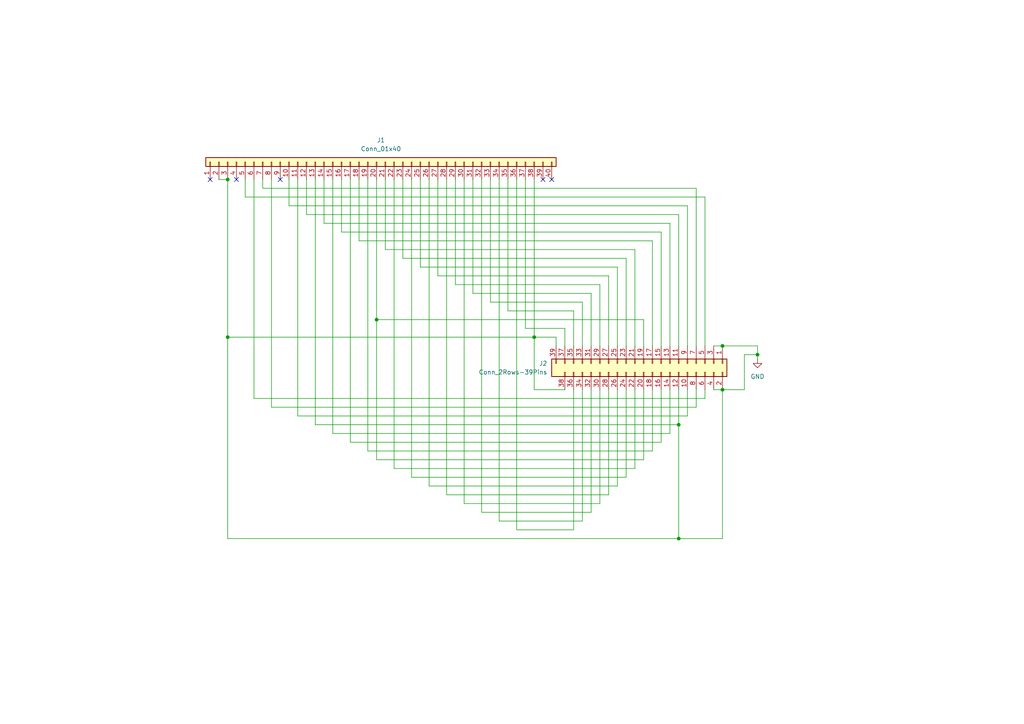
<source format=kicad_sch>
(kicad_sch (version 20230121) (generator eeschema)

  (uuid 9bf4238b-0520-47f7-9d29-91fdfae84480)

  (paper "A4")

  (lib_symbols
    (symbol "Connector_Generic:Conn_01x40" (pin_names (offset 1.016) hide) (in_bom yes) (on_board yes)
      (property "Reference" "J" (at 0 50.8 0)
        (effects (font (size 1.27 1.27)))
      )
      (property "Value" "Conn_01x40" (at 0 -53.34 0)
        (effects (font (size 1.27 1.27)))
      )
      (property "Footprint" "" (at 0 0 0)
        (effects (font (size 1.27 1.27)) hide)
      )
      (property "Datasheet" "~" (at 0 0 0)
        (effects (font (size 1.27 1.27)) hide)
      )
      (property "ki_keywords" "connector" (at 0 0 0)
        (effects (font (size 1.27 1.27)) hide)
      )
      (property "ki_description" "Generic connector, single row, 01x40, script generated (kicad-library-utils/schlib/autogen/connector/)" (at 0 0 0)
        (effects (font (size 1.27 1.27)) hide)
      )
      (property "ki_fp_filters" "Connector*:*_1x??_*" (at 0 0 0)
        (effects (font (size 1.27 1.27)) hide)
      )
      (symbol "Conn_01x40_1_1"
        (rectangle (start -1.27 -50.673) (end 0 -50.927)
          (stroke (width 0.1524) (type default))
          (fill (type none))
        )
        (rectangle (start -1.27 -48.133) (end 0 -48.387)
          (stroke (width 0.1524) (type default))
          (fill (type none))
        )
        (rectangle (start -1.27 -45.593) (end 0 -45.847)
          (stroke (width 0.1524) (type default))
          (fill (type none))
        )
        (rectangle (start -1.27 -43.053) (end 0 -43.307)
          (stroke (width 0.1524) (type default))
          (fill (type none))
        )
        (rectangle (start -1.27 -40.513) (end 0 -40.767)
          (stroke (width 0.1524) (type default))
          (fill (type none))
        )
        (rectangle (start -1.27 -37.973) (end 0 -38.227)
          (stroke (width 0.1524) (type default))
          (fill (type none))
        )
        (rectangle (start -1.27 -35.433) (end 0 -35.687)
          (stroke (width 0.1524) (type default))
          (fill (type none))
        )
        (rectangle (start -1.27 -32.893) (end 0 -33.147)
          (stroke (width 0.1524) (type default))
          (fill (type none))
        )
        (rectangle (start -1.27 -30.353) (end 0 -30.607)
          (stroke (width 0.1524) (type default))
          (fill (type none))
        )
        (rectangle (start -1.27 -27.813) (end 0 -28.067)
          (stroke (width 0.1524) (type default))
          (fill (type none))
        )
        (rectangle (start -1.27 -25.273) (end 0 -25.527)
          (stroke (width 0.1524) (type default))
          (fill (type none))
        )
        (rectangle (start -1.27 -22.733) (end 0 -22.987)
          (stroke (width 0.1524) (type default))
          (fill (type none))
        )
        (rectangle (start -1.27 -20.193) (end 0 -20.447)
          (stroke (width 0.1524) (type default))
          (fill (type none))
        )
        (rectangle (start -1.27 -17.653) (end 0 -17.907)
          (stroke (width 0.1524) (type default))
          (fill (type none))
        )
        (rectangle (start -1.27 -15.113) (end 0 -15.367)
          (stroke (width 0.1524) (type default))
          (fill (type none))
        )
        (rectangle (start -1.27 -12.573) (end 0 -12.827)
          (stroke (width 0.1524) (type default))
          (fill (type none))
        )
        (rectangle (start -1.27 -10.033) (end 0 -10.287)
          (stroke (width 0.1524) (type default))
          (fill (type none))
        )
        (rectangle (start -1.27 -7.493) (end 0 -7.747)
          (stroke (width 0.1524) (type default))
          (fill (type none))
        )
        (rectangle (start -1.27 -4.953) (end 0 -5.207)
          (stroke (width 0.1524) (type default))
          (fill (type none))
        )
        (rectangle (start -1.27 -2.413) (end 0 -2.667)
          (stroke (width 0.1524) (type default))
          (fill (type none))
        )
        (rectangle (start -1.27 0.127) (end 0 -0.127)
          (stroke (width 0.1524) (type default))
          (fill (type none))
        )
        (rectangle (start -1.27 2.667) (end 0 2.413)
          (stroke (width 0.1524) (type default))
          (fill (type none))
        )
        (rectangle (start -1.27 5.207) (end 0 4.953)
          (stroke (width 0.1524) (type default))
          (fill (type none))
        )
        (rectangle (start -1.27 7.747) (end 0 7.493)
          (stroke (width 0.1524) (type default))
          (fill (type none))
        )
        (rectangle (start -1.27 10.287) (end 0 10.033)
          (stroke (width 0.1524) (type default))
          (fill (type none))
        )
        (rectangle (start -1.27 12.827) (end 0 12.573)
          (stroke (width 0.1524) (type default))
          (fill (type none))
        )
        (rectangle (start -1.27 15.367) (end 0 15.113)
          (stroke (width 0.1524) (type default))
          (fill (type none))
        )
        (rectangle (start -1.27 17.907) (end 0 17.653)
          (stroke (width 0.1524) (type default))
          (fill (type none))
        )
        (rectangle (start -1.27 20.447) (end 0 20.193)
          (stroke (width 0.1524) (type default))
          (fill (type none))
        )
        (rectangle (start -1.27 22.987) (end 0 22.733)
          (stroke (width 0.1524) (type default))
          (fill (type none))
        )
        (rectangle (start -1.27 25.527) (end 0 25.273)
          (stroke (width 0.1524) (type default))
          (fill (type none))
        )
        (rectangle (start -1.27 28.067) (end 0 27.813)
          (stroke (width 0.1524) (type default))
          (fill (type none))
        )
        (rectangle (start -1.27 30.607) (end 0 30.353)
          (stroke (width 0.1524) (type default))
          (fill (type none))
        )
        (rectangle (start -1.27 33.147) (end 0 32.893)
          (stroke (width 0.1524) (type default))
          (fill (type none))
        )
        (rectangle (start -1.27 35.687) (end 0 35.433)
          (stroke (width 0.1524) (type default))
          (fill (type none))
        )
        (rectangle (start -1.27 38.227) (end 0 37.973)
          (stroke (width 0.1524) (type default))
          (fill (type none))
        )
        (rectangle (start -1.27 40.767) (end 0 40.513)
          (stroke (width 0.1524) (type default))
          (fill (type none))
        )
        (rectangle (start -1.27 43.307) (end 0 43.053)
          (stroke (width 0.1524) (type default))
          (fill (type none))
        )
        (rectangle (start -1.27 45.847) (end 0 45.593)
          (stroke (width 0.1524) (type default))
          (fill (type none))
        )
        (rectangle (start -1.27 48.387) (end 0 48.133)
          (stroke (width 0.1524) (type default))
          (fill (type none))
        )
        (rectangle (start -1.27 49.53) (end 1.27 -52.07)
          (stroke (width 0.254) (type default))
          (fill (type background))
        )
        (pin passive line (at -5.08 48.26 0) (length 3.81)
          (name "Pin_1" (effects (font (size 1.27 1.27))))
          (number "1" (effects (font (size 1.27 1.27))))
        )
        (pin passive line (at -5.08 25.4 0) (length 3.81)
          (name "Pin_10" (effects (font (size 1.27 1.27))))
          (number "10" (effects (font (size 1.27 1.27))))
        )
        (pin passive line (at -5.08 22.86 0) (length 3.81)
          (name "Pin_11" (effects (font (size 1.27 1.27))))
          (number "11" (effects (font (size 1.27 1.27))))
        )
        (pin passive line (at -5.08 20.32 0) (length 3.81)
          (name "Pin_12" (effects (font (size 1.27 1.27))))
          (number "12" (effects (font (size 1.27 1.27))))
        )
        (pin passive line (at -5.08 17.78 0) (length 3.81)
          (name "Pin_13" (effects (font (size 1.27 1.27))))
          (number "13" (effects (font (size 1.27 1.27))))
        )
        (pin passive line (at -5.08 15.24 0) (length 3.81)
          (name "Pin_14" (effects (font (size 1.27 1.27))))
          (number "14" (effects (font (size 1.27 1.27))))
        )
        (pin passive line (at -5.08 12.7 0) (length 3.81)
          (name "Pin_15" (effects (font (size 1.27 1.27))))
          (number "15" (effects (font (size 1.27 1.27))))
        )
        (pin passive line (at -5.08 10.16 0) (length 3.81)
          (name "Pin_16" (effects (font (size 1.27 1.27))))
          (number "16" (effects (font (size 1.27 1.27))))
        )
        (pin passive line (at -5.08 7.62 0) (length 3.81)
          (name "Pin_17" (effects (font (size 1.27 1.27))))
          (number "17" (effects (font (size 1.27 1.27))))
        )
        (pin passive line (at -5.08 5.08 0) (length 3.81)
          (name "Pin_18" (effects (font (size 1.27 1.27))))
          (number "18" (effects (font (size 1.27 1.27))))
        )
        (pin passive line (at -5.08 2.54 0) (length 3.81)
          (name "Pin_19" (effects (font (size 1.27 1.27))))
          (number "19" (effects (font (size 1.27 1.27))))
        )
        (pin passive line (at -5.08 45.72 0) (length 3.81)
          (name "Pin_2" (effects (font (size 1.27 1.27))))
          (number "2" (effects (font (size 1.27 1.27))))
        )
        (pin passive line (at -5.08 0 0) (length 3.81)
          (name "Pin_20" (effects (font (size 1.27 1.27))))
          (number "20" (effects (font (size 1.27 1.27))))
        )
        (pin passive line (at -5.08 -2.54 0) (length 3.81)
          (name "Pin_21" (effects (font (size 1.27 1.27))))
          (number "21" (effects (font (size 1.27 1.27))))
        )
        (pin passive line (at -5.08 -5.08 0) (length 3.81)
          (name "Pin_22" (effects (font (size 1.27 1.27))))
          (number "22" (effects (font (size 1.27 1.27))))
        )
        (pin passive line (at -5.08 -7.62 0) (length 3.81)
          (name "Pin_23" (effects (font (size 1.27 1.27))))
          (number "23" (effects (font (size 1.27 1.27))))
        )
        (pin passive line (at -5.08 -10.16 0) (length 3.81)
          (name "Pin_24" (effects (font (size 1.27 1.27))))
          (number "24" (effects (font (size 1.27 1.27))))
        )
        (pin passive line (at -5.08 -12.7 0) (length 3.81)
          (name "Pin_25" (effects (font (size 1.27 1.27))))
          (number "25" (effects (font (size 1.27 1.27))))
        )
        (pin passive line (at -5.08 -15.24 0) (length 3.81)
          (name "Pin_26" (effects (font (size 1.27 1.27))))
          (number "26" (effects (font (size 1.27 1.27))))
        )
        (pin passive line (at -5.08 -17.78 0) (length 3.81)
          (name "Pin_27" (effects (font (size 1.27 1.27))))
          (number "27" (effects (font (size 1.27 1.27))))
        )
        (pin passive line (at -5.08 -20.32 0) (length 3.81)
          (name "Pin_28" (effects (font (size 1.27 1.27))))
          (number "28" (effects (font (size 1.27 1.27))))
        )
        (pin passive line (at -5.08 -22.86 0) (length 3.81)
          (name "Pin_29" (effects (font (size 1.27 1.27))))
          (number "29" (effects (font (size 1.27 1.27))))
        )
        (pin passive line (at -5.08 43.18 0) (length 3.81)
          (name "Pin_3" (effects (font (size 1.27 1.27))))
          (number "3" (effects (font (size 1.27 1.27))))
        )
        (pin passive line (at -5.08 -25.4 0) (length 3.81)
          (name "Pin_30" (effects (font (size 1.27 1.27))))
          (number "30" (effects (font (size 1.27 1.27))))
        )
        (pin passive line (at -5.08 -27.94 0) (length 3.81)
          (name "Pin_31" (effects (font (size 1.27 1.27))))
          (number "31" (effects (font (size 1.27 1.27))))
        )
        (pin passive line (at -5.08 -30.48 0) (length 3.81)
          (name "Pin_32" (effects (font (size 1.27 1.27))))
          (number "32" (effects (font (size 1.27 1.27))))
        )
        (pin passive line (at -5.08 -33.02 0) (length 3.81)
          (name "Pin_33" (effects (font (size 1.27 1.27))))
          (number "33" (effects (font (size 1.27 1.27))))
        )
        (pin passive line (at -5.08 -35.56 0) (length 3.81)
          (name "Pin_34" (effects (font (size 1.27 1.27))))
          (number "34" (effects (font (size 1.27 1.27))))
        )
        (pin passive line (at -5.08 -38.1 0) (length 3.81)
          (name "Pin_35" (effects (font (size 1.27 1.27))))
          (number "35" (effects (font (size 1.27 1.27))))
        )
        (pin passive line (at -5.08 -40.64 0) (length 3.81)
          (name "Pin_36" (effects (font (size 1.27 1.27))))
          (number "36" (effects (font (size 1.27 1.27))))
        )
        (pin passive line (at -5.08 -43.18 0) (length 3.81)
          (name "Pin_37" (effects (font (size 1.27 1.27))))
          (number "37" (effects (font (size 1.27 1.27))))
        )
        (pin passive line (at -5.08 -45.72 0) (length 3.81)
          (name "Pin_38" (effects (font (size 1.27 1.27))))
          (number "38" (effects (font (size 1.27 1.27))))
        )
        (pin passive line (at -5.08 -48.26 0) (length 3.81)
          (name "Pin_39" (effects (font (size 1.27 1.27))))
          (number "39" (effects (font (size 1.27 1.27))))
        )
        (pin passive line (at -5.08 40.64 0) (length 3.81)
          (name "Pin_4" (effects (font (size 1.27 1.27))))
          (number "4" (effects (font (size 1.27 1.27))))
        )
        (pin passive line (at -5.08 -50.8 0) (length 3.81)
          (name "Pin_40" (effects (font (size 1.27 1.27))))
          (number "40" (effects (font (size 1.27 1.27))))
        )
        (pin passive line (at -5.08 38.1 0) (length 3.81)
          (name "Pin_5" (effects (font (size 1.27 1.27))))
          (number "5" (effects (font (size 1.27 1.27))))
        )
        (pin passive line (at -5.08 35.56 0) (length 3.81)
          (name "Pin_6" (effects (font (size 1.27 1.27))))
          (number "6" (effects (font (size 1.27 1.27))))
        )
        (pin passive line (at -5.08 33.02 0) (length 3.81)
          (name "Pin_7" (effects (font (size 1.27 1.27))))
          (number "7" (effects (font (size 1.27 1.27))))
        )
        (pin passive line (at -5.08 30.48 0) (length 3.81)
          (name "Pin_8" (effects (font (size 1.27 1.27))))
          (number "8" (effects (font (size 1.27 1.27))))
        )
        (pin passive line (at -5.08 27.94 0) (length 3.81)
          (name "Pin_9" (effects (font (size 1.27 1.27))))
          (number "9" (effects (font (size 1.27 1.27))))
        )
      )
    )
    (symbol "Connector_Generic:Conn_2Rows-39Pins" (pin_names (offset 1.016) hide) (in_bom yes) (on_board yes)
      (property "Reference" "J" (at 1.27 25.4 0)
        (effects (font (size 1.27 1.27)))
      )
      (property "Value" "Conn_2Rows-39Pins" (at 1.27 -27.94 0)
        (effects (font (size 1.27 1.27)))
      )
      (property "Footprint" "" (at 0 0 0)
        (effects (font (size 1.27 1.27)) hide)
      )
      (property "Datasheet" "~" (at 0 0 0)
        (effects (font (size 1.27 1.27)) hide)
      )
      (property "ki_keywords" "connector" (at 0 0 0)
        (effects (font (size 1.27 1.27)) hide)
      )
      (property "ki_description" "Generic connector, double row, 39 pins, odd/even pin numbering scheme (row 1 odd numbers, row 2 even numbers), script generated (kicad-library-utils/schlib/autogen/connector/)" (at 0 0 0)
        (effects (font (size 1.27 1.27)) hide)
      )
      (property "ki_fp_filters" "Connector*:*2Rows*Pins__* *FCC*2Rows*Pins__*" (at 0 0 0)
        (effects (font (size 1.27 1.27)) hide)
      )
      (symbol "Conn_2Rows-39Pins_1_1"
        (rectangle (start -1.27 -25.273) (end 0 -25.527)
          (stroke (width 0.1524) (type default))
          (fill (type none))
        )
        (rectangle (start -1.27 -22.733) (end 0 -22.987)
          (stroke (width 0.1524) (type default))
          (fill (type none))
        )
        (rectangle (start -1.27 -20.193) (end 0 -20.447)
          (stroke (width 0.1524) (type default))
          (fill (type none))
        )
        (rectangle (start -1.27 -17.653) (end 0 -17.907)
          (stroke (width 0.1524) (type default))
          (fill (type none))
        )
        (rectangle (start -1.27 -15.113) (end 0 -15.367)
          (stroke (width 0.1524) (type default))
          (fill (type none))
        )
        (rectangle (start -1.27 -12.573) (end 0 -12.827)
          (stroke (width 0.1524) (type default))
          (fill (type none))
        )
        (rectangle (start -1.27 -10.033) (end 0 -10.287)
          (stroke (width 0.1524) (type default))
          (fill (type none))
        )
        (rectangle (start -1.27 -7.493) (end 0 -7.747)
          (stroke (width 0.1524) (type default))
          (fill (type none))
        )
        (rectangle (start -1.27 -4.953) (end 0 -5.207)
          (stroke (width 0.1524) (type default))
          (fill (type none))
        )
        (rectangle (start -1.27 -2.413) (end 0 -2.667)
          (stroke (width 0.1524) (type default))
          (fill (type none))
        )
        (rectangle (start -1.27 0.127) (end 0 -0.127)
          (stroke (width 0.1524) (type default))
          (fill (type none))
        )
        (rectangle (start -1.27 2.667) (end 0 2.413)
          (stroke (width 0.1524) (type default))
          (fill (type none))
        )
        (rectangle (start -1.27 5.207) (end 0 4.953)
          (stroke (width 0.1524) (type default))
          (fill (type none))
        )
        (rectangle (start -1.27 7.747) (end 0 7.493)
          (stroke (width 0.1524) (type default))
          (fill (type none))
        )
        (rectangle (start -1.27 10.287) (end 0 10.033)
          (stroke (width 0.1524) (type default))
          (fill (type none))
        )
        (rectangle (start -1.27 12.827) (end 0 12.573)
          (stroke (width 0.1524) (type default))
          (fill (type none))
        )
        (rectangle (start -1.27 15.367) (end 0 15.113)
          (stroke (width 0.1524) (type default))
          (fill (type none))
        )
        (rectangle (start -1.27 17.907) (end 0 17.653)
          (stroke (width 0.1524) (type default))
          (fill (type none))
        )
        (rectangle (start -1.27 20.447) (end 0 20.193)
          (stroke (width 0.1524) (type default))
          (fill (type none))
        )
        (rectangle (start -1.27 22.987) (end 0 22.733)
          (stroke (width 0.1524) (type default))
          (fill (type none))
        )
        (rectangle (start -1.27 24.13) (end 3.81 -26.67)
          (stroke (width 0.254) (type default))
          (fill (type background))
        )
        (rectangle (start 3.81 -22.733) (end 2.54 -22.987)
          (stroke (width 0.1524) (type default))
          (fill (type none))
        )
        (rectangle (start 3.81 -20.193) (end 2.54 -20.447)
          (stroke (width 0.1524) (type default))
          (fill (type none))
        )
        (rectangle (start 3.81 -17.653) (end 2.54 -17.907)
          (stroke (width 0.1524) (type default))
          (fill (type none))
        )
        (rectangle (start 3.81 -15.113) (end 2.54 -15.367)
          (stroke (width 0.1524) (type default))
          (fill (type none))
        )
        (rectangle (start 3.81 -12.573) (end 2.54 -12.827)
          (stroke (width 0.1524) (type default))
          (fill (type none))
        )
        (rectangle (start 3.81 -10.033) (end 2.54 -10.287)
          (stroke (width 0.1524) (type default))
          (fill (type none))
        )
        (rectangle (start 3.81 -7.493) (end 2.54 -7.747)
          (stroke (width 0.1524) (type default))
          (fill (type none))
        )
        (rectangle (start 3.81 -4.953) (end 2.54 -5.207)
          (stroke (width 0.1524) (type default))
          (fill (type none))
        )
        (rectangle (start 3.81 -2.413) (end 2.54 -2.667)
          (stroke (width 0.1524) (type default))
          (fill (type none))
        )
        (rectangle (start 3.81 0.127) (end 2.54 -0.127)
          (stroke (width 0.1524) (type default))
          (fill (type none))
        )
        (rectangle (start 3.81 2.667) (end 2.54 2.413)
          (stroke (width 0.1524) (type default))
          (fill (type none))
        )
        (rectangle (start 3.81 5.207) (end 2.54 4.953)
          (stroke (width 0.1524) (type default))
          (fill (type none))
        )
        (rectangle (start 3.81 7.747) (end 2.54 7.493)
          (stroke (width 0.1524) (type default))
          (fill (type none))
        )
        (rectangle (start 3.81 10.287) (end 2.54 10.033)
          (stroke (width 0.1524) (type default))
          (fill (type none))
        )
        (rectangle (start 3.81 12.827) (end 2.54 12.573)
          (stroke (width 0.1524) (type default))
          (fill (type none))
        )
        (rectangle (start 3.81 15.367) (end 2.54 15.113)
          (stroke (width 0.1524) (type default))
          (fill (type none))
        )
        (rectangle (start 3.81 17.907) (end 2.54 17.653)
          (stroke (width 0.1524) (type default))
          (fill (type none))
        )
        (rectangle (start 3.81 20.447) (end 2.54 20.193)
          (stroke (width 0.1524) (type default))
          (fill (type none))
        )
        (rectangle (start 3.81 22.987) (end 2.54 22.733)
          (stroke (width 0.1524) (type default))
          (fill (type none))
        )
        (pin passive line (at -5.08 22.86 0) (length 3.81)
          (name "Pin_1" (effects (font (size 1.27 1.27))))
          (number "1" (effects (font (size 1.27 1.27))))
        )
        (pin passive line (at 7.62 12.7 180) (length 3.81)
          (name "Pin_10" (effects (font (size 1.27 1.27))))
          (number "10" (effects (font (size 1.27 1.27))))
        )
        (pin passive line (at -5.08 10.16 0) (length 3.81)
          (name "Pin_11" (effects (font (size 1.27 1.27))))
          (number "11" (effects (font (size 1.27 1.27))))
        )
        (pin passive line (at 7.62 10.16 180) (length 3.81)
          (name "Pin_12" (effects (font (size 1.27 1.27))))
          (number "12" (effects (font (size 1.27 1.27))))
        )
        (pin passive line (at -5.08 7.62 0) (length 3.81)
          (name "Pin_13" (effects (font (size 1.27 1.27))))
          (number "13" (effects (font (size 1.27 1.27))))
        )
        (pin passive line (at 7.62 7.62 180) (length 3.81)
          (name "Pin_14" (effects (font (size 1.27 1.27))))
          (number "14" (effects (font (size 1.27 1.27))))
        )
        (pin passive line (at -5.08 5.08 0) (length 3.81)
          (name "Pin_15" (effects (font (size 1.27 1.27))))
          (number "15" (effects (font (size 1.27 1.27))))
        )
        (pin passive line (at 7.62 5.08 180) (length 3.81)
          (name "Pin_16" (effects (font (size 1.27 1.27))))
          (number "16" (effects (font (size 1.27 1.27))))
        )
        (pin passive line (at -5.08 2.54 0) (length 3.81)
          (name "Pin_17" (effects (font (size 1.27 1.27))))
          (number "17" (effects (font (size 1.27 1.27))))
        )
        (pin passive line (at 7.62 2.54 180) (length 3.81)
          (name "Pin_18" (effects (font (size 1.27 1.27))))
          (number "18" (effects (font (size 1.27 1.27))))
        )
        (pin passive line (at -5.08 0 0) (length 3.81)
          (name "Pin_19" (effects (font (size 1.27 1.27))))
          (number "19" (effects (font (size 1.27 1.27))))
        )
        (pin passive line (at 7.62 22.86 180) (length 3.81)
          (name "Pin_2" (effects (font (size 1.27 1.27))))
          (number "2" (effects (font (size 1.27 1.27))))
        )
        (pin passive line (at 7.62 0 180) (length 3.81)
          (name "Pin_20" (effects (font (size 1.27 1.27))))
          (number "20" (effects (font (size 1.27 1.27))))
        )
        (pin passive line (at -5.08 -2.54 0) (length 3.81)
          (name "Pin_21" (effects (font (size 1.27 1.27))))
          (number "21" (effects (font (size 1.27 1.27))))
        )
        (pin passive line (at 7.62 -2.54 180) (length 3.81)
          (name "Pin_22" (effects (font (size 1.27 1.27))))
          (number "22" (effects (font (size 1.27 1.27))))
        )
        (pin passive line (at -5.08 -5.08 0) (length 3.81)
          (name "Pin_23" (effects (font (size 1.27 1.27))))
          (number "23" (effects (font (size 1.27 1.27))))
        )
        (pin passive line (at 7.62 -5.08 180) (length 3.81)
          (name "Pin_24" (effects (font (size 1.27 1.27))))
          (number "24" (effects (font (size 1.27 1.27))))
        )
        (pin passive line (at -5.08 -7.62 0) (length 3.81)
          (name "Pin_25" (effects (font (size 1.27 1.27))))
          (number "25" (effects (font (size 1.27 1.27))))
        )
        (pin passive line (at 7.62 -7.62 180) (length 3.81)
          (name "Pin_26" (effects (font (size 1.27 1.27))))
          (number "26" (effects (font (size 1.27 1.27))))
        )
        (pin passive line (at -5.08 -10.16 0) (length 3.81)
          (name "Pin_27" (effects (font (size 1.27 1.27))))
          (number "27" (effects (font (size 1.27 1.27))))
        )
        (pin passive line (at 7.62 -10.16 180) (length 3.81)
          (name "Pin_28" (effects (font (size 1.27 1.27))))
          (number "28" (effects (font (size 1.27 1.27))))
        )
        (pin passive line (at -5.08 -12.7 0) (length 3.81)
          (name "Pin_29" (effects (font (size 1.27 1.27))))
          (number "29" (effects (font (size 1.27 1.27))))
        )
        (pin passive line (at -5.08 20.32 0) (length 3.81)
          (name "Pin_3" (effects (font (size 1.27 1.27))))
          (number "3" (effects (font (size 1.27 1.27))))
        )
        (pin passive line (at 7.62 -12.7 180) (length 3.81)
          (name "Pin_30" (effects (font (size 1.27 1.27))))
          (number "30" (effects (font (size 1.27 1.27))))
        )
        (pin passive line (at -5.08 -15.24 0) (length 3.81)
          (name "Pin_31" (effects (font (size 1.27 1.27))))
          (number "31" (effects (font (size 1.27 1.27))))
        )
        (pin passive line (at 7.62 -15.24 180) (length 3.81)
          (name "Pin_32" (effects (font (size 1.27 1.27))))
          (number "32" (effects (font (size 1.27 1.27))))
        )
        (pin passive line (at -5.08 -17.78 0) (length 3.81)
          (name "Pin_33" (effects (font (size 1.27 1.27))))
          (number "33" (effects (font (size 1.27 1.27))))
        )
        (pin passive line (at 7.62 -17.78 180) (length 3.81)
          (name "Pin_34" (effects (font (size 1.27 1.27))))
          (number "34" (effects (font (size 1.27 1.27))))
        )
        (pin passive line (at -5.08 -20.32 0) (length 3.81)
          (name "Pin_35" (effects (font (size 1.27 1.27))))
          (number "35" (effects (font (size 1.27 1.27))))
        )
        (pin passive line (at 7.62 -20.32 180) (length 3.81)
          (name "Pin_36" (effects (font (size 1.27 1.27))))
          (number "36" (effects (font (size 1.27 1.27))))
        )
        (pin passive line (at -5.08 -22.86 0) (length 3.81)
          (name "Pin_37" (effects (font (size 1.27 1.27))))
          (number "37" (effects (font (size 1.27 1.27))))
        )
        (pin passive line (at 7.62 -22.86 180) (length 3.81)
          (name "Pin_38" (effects (font (size 1.27 1.27))))
          (number "38" (effects (font (size 1.27 1.27))))
        )
        (pin passive line (at -5.08 -25.4 0) (length 3.81)
          (name "Pin_39" (effects (font (size 1.27 1.27))))
          (number "39" (effects (font (size 1.27 1.27))))
        )
        (pin passive line (at 7.62 20.32 180) (length 3.81)
          (name "Pin_4" (effects (font (size 1.27 1.27))))
          (number "4" (effects (font (size 1.27 1.27))))
        )
        (pin passive line (at -5.08 17.78 0) (length 3.81)
          (name "Pin_5" (effects (font (size 1.27 1.27))))
          (number "5" (effects (font (size 1.27 1.27))))
        )
        (pin passive line (at 7.62 17.78 180) (length 3.81)
          (name "Pin_6" (effects (font (size 1.27 1.27))))
          (number "6" (effects (font (size 1.27 1.27))))
        )
        (pin passive line (at -5.08 15.24 0) (length 3.81)
          (name "Pin_7" (effects (font (size 1.27 1.27))))
          (number "7" (effects (font (size 1.27 1.27))))
        )
        (pin passive line (at 7.62 15.24 180) (length 3.81)
          (name "Pin_8" (effects (font (size 1.27 1.27))))
          (number "8" (effects (font (size 1.27 1.27))))
        )
        (pin passive line (at -5.08 12.7 0) (length 3.81)
          (name "Pin_9" (effects (font (size 1.27 1.27))))
          (number "9" (effects (font (size 1.27 1.27))))
        )
      )
    )
    (symbol "power:GND" (power) (pin_names (offset 0)) (in_bom yes) (on_board yes)
      (property "Reference" "#PWR" (at 0 -6.35 0)
        (effects (font (size 1.27 1.27)) hide)
      )
      (property "Value" "GND" (at 0 -3.81 0)
        (effects (font (size 1.27 1.27)))
      )
      (property "Footprint" "" (at 0 0 0)
        (effects (font (size 1.27 1.27)) hide)
      )
      (property "Datasheet" "" (at 0 0 0)
        (effects (font (size 1.27 1.27)) hide)
      )
      (property "ki_keywords" "global power" (at 0 0 0)
        (effects (font (size 1.27 1.27)) hide)
      )
      (property "ki_description" "Power symbol creates a global label with name \"GND\" , ground" (at 0 0 0)
        (effects (font (size 1.27 1.27)) hide)
      )
      (symbol "GND_0_1"
        (polyline
          (pts
            (xy 0 0)
            (xy 0 -1.27)
            (xy 1.27 -1.27)
            (xy 0 -2.54)
            (xy -1.27 -1.27)
            (xy 0 -1.27)
          )
          (stroke (width 0) (type default))
          (fill (type none))
        )
      )
      (symbol "GND_1_1"
        (pin power_in line (at 0 0 270) (length 0) hide
          (name "GND" (effects (font (size 1.27 1.27))))
          (number "1" (effects (font (size 1.27 1.27))))
        )
      )
    )
  )

  (junction (at 219.71 102.87) (diameter 0) (color 0 0 0 0)
    (uuid 06e09464-a165-4827-8249-6fc8058a4f1a)
  )
  (junction (at 66.04 97.79) (diameter 0) (color 0 0 0 0)
    (uuid 0f324346-e7c7-4a81-983d-05d5e96e7a5f)
  )
  (junction (at 66.04 52.07) (diameter 0) (color 0 0 0 0)
    (uuid 4950fea5-65a5-4e42-8320-51921826faba)
  )
  (junction (at 109.22 92.71) (diameter 0) (color 0 0 0 0)
    (uuid 7773d1f7-b3f6-447b-89fa-1fa966baeaed)
  )
  (junction (at 209.55 113.03) (diameter 0) (color 0 0 0 0)
    (uuid b1d7e183-c0e6-4646-9ee9-cd2e72d3847c)
  )
  (junction (at 196.85 123.19) (diameter 0) (color 0 0 0 0)
    (uuid b5408a0c-bf95-4327-9da4-afc536d38705)
  )
  (junction (at 209.55 100.33) (diameter 0) (color 0 0 0 0)
    (uuid cd646c99-3060-4c7c-9163-189f4a5834cd)
  )
  (junction (at 196.85 156.21) (diameter 0) (color 0 0 0 0)
    (uuid d36e3d8c-bf2e-4268-af88-3aaeb18f46e3)
  )
  (junction (at 154.94 97.79) (diameter 0) (color 0 0 0 0)
    (uuid de02c854-3226-4914-a005-5099e7887ba7)
  )

  (no_connect (at 160.02 52.07) (uuid 20ae3a24-6dd0-4cbb-bab8-dff62bda51a6))
  (no_connect (at 81.28 52.07) (uuid 2c220acf-7b45-455d-ac33-6e80db4adce5))
  (no_connect (at 157.48 52.07) (uuid 851ff0da-dcbc-4c9c-a62b-4b56e3078d30))
  (no_connect (at 68.58 52.07) (uuid b4fae6c5-dc65-47f9-9bef-16b2f2219864))
  (no_connect (at 60.96 52.07) (uuid fae039cf-d53d-41ee-bfc8-a68a9f006da5))

  (wire (pts (xy 93.98 64.77) (xy 194.31 64.77))
    (stroke (width 0) (type default))
    (uuid 00e8d68a-6f32-43bd-acbd-3e8a5e122891)
  )
  (wire (pts (xy 191.77 128.27) (xy 191.77 113.03))
    (stroke (width 0) (type default))
    (uuid 0718e9ed-b2f8-443e-8929-ca704517b209)
  )
  (wire (pts (xy 104.14 52.07) (xy 104.14 69.85))
    (stroke (width 0) (type default))
    (uuid 07bf39b9-bbae-43d4-bf9a-104fe962a3eb)
  )
  (wire (pts (xy 179.07 113.03) (xy 179.07 140.97))
    (stroke (width 0) (type default))
    (uuid 0a7a81b3-b57c-4af2-aba9-bfd365af3bdb)
  )
  (wire (pts (xy 106.68 52.07) (xy 106.68 130.81))
    (stroke (width 0) (type default))
    (uuid 0bd640f5-7e8a-4cb0-b6c3-e48a3ef69ddb)
  )
  (wire (pts (xy 71.12 57.15) (xy 204.47 57.15))
    (stroke (width 0) (type default))
    (uuid 102bb2dd-2fb9-41f9-94b2-88b57a088a69)
  )
  (wire (pts (xy 101.6 128.27) (xy 191.77 128.27))
    (stroke (width 0) (type default))
    (uuid 10bc7242-0339-49e5-be71-e21f108086d0)
  )
  (wire (pts (xy 163.83 95.25) (xy 163.83 100.33))
    (stroke (width 0) (type default))
    (uuid 10e539a2-973b-4552-b59b-ab1c9a979bf7)
  )
  (wire (pts (xy 78.74 118.11) (xy 201.93 118.11))
    (stroke (width 0) (type default))
    (uuid 10ec0af0-762e-451d-8daf-2b01dec68336)
  )
  (wire (pts (xy 152.4 95.25) (xy 163.83 95.25))
    (stroke (width 0) (type default))
    (uuid 1e18c4df-c0f2-4126-97f1-73b9948258d9)
  )
  (wire (pts (xy 137.16 52.07) (xy 137.16 85.09))
    (stroke (width 0) (type default))
    (uuid 20ccb842-3162-4552-8b62-91b86514ab41)
  )
  (wire (pts (xy 78.74 52.07) (xy 78.74 118.11))
    (stroke (width 0) (type default))
    (uuid 23bd14a8-ee5a-4c39-9fc7-332c2bcdd507)
  )
  (wire (pts (xy 179.07 77.47) (xy 179.07 100.33))
    (stroke (width 0) (type default))
    (uuid 2479fa39-c07d-46c5-9329-8ddd9f787211)
  )
  (wire (pts (xy 171.45 148.59) (xy 171.45 113.03))
    (stroke (width 0) (type default))
    (uuid 27b59ad1-b9ad-41e5-9758-25013ae8dfc0)
  )
  (wire (pts (xy 88.9 52.07) (xy 88.9 62.23))
    (stroke (width 0) (type default))
    (uuid 28e193cd-3c4e-46ec-9b3c-a374db548b1c)
  )
  (wire (pts (xy 109.22 92.71) (xy 109.22 52.07))
    (stroke (width 0) (type default))
    (uuid 28f3edaf-0359-4b1a-9442-14d5e6daa685)
  )
  (wire (pts (xy 134.62 146.05) (xy 173.99 146.05))
    (stroke (width 0) (type default))
    (uuid 29a2433d-5c5b-47ec-997f-f6b3bf01d7ff)
  )
  (wire (pts (xy 196.85 156.21) (xy 66.04 156.21))
    (stroke (width 0) (type default))
    (uuid 29e868dd-55c7-4e40-a70a-c5d5115701b2)
  )
  (wire (pts (xy 124.46 140.97) (xy 124.46 52.07))
    (stroke (width 0) (type default))
    (uuid 2e1fb7e3-274f-469d-bab4-4b68a5993281)
  )
  (wire (pts (xy 209.55 156.21) (xy 196.85 156.21))
    (stroke (width 0) (type default))
    (uuid 2f7c461b-2899-4ad2-8497-7f8365f387e0)
  )
  (wire (pts (xy 186.69 133.35) (xy 109.22 133.35))
    (stroke (width 0) (type default))
    (uuid 3209edd7-bfeb-4d04-8bf5-d8b756418e1c)
  )
  (wire (pts (xy 127 52.07) (xy 127 80.01))
    (stroke (width 0) (type default))
    (uuid 3296a2fb-af6f-4425-b4f0-d96f5c3951a6)
  )
  (wire (pts (xy 144.78 151.13) (xy 168.91 151.13))
    (stroke (width 0) (type default))
    (uuid 36daa535-79b3-4ff5-940b-da3e902eb6e4)
  )
  (wire (pts (xy 147.32 52.07) (xy 147.32 90.17))
    (stroke (width 0) (type default))
    (uuid 38a914a8-980a-4732-8136-0d92175eff13)
  )
  (wire (pts (xy 161.29 100.33) (xy 161.29 97.79))
    (stroke (width 0) (type default))
    (uuid 38f7fadb-c603-450b-b4bb-92edcd9eec63)
  )
  (wire (pts (xy 154.94 97.79) (xy 154.94 52.07))
    (stroke (width 0) (type default))
    (uuid 39039bee-4b76-437f-9810-55c8b5053794)
  )
  (wire (pts (xy 139.7 52.07) (xy 139.7 148.59))
    (stroke (width 0) (type default))
    (uuid 39d14fad-ed2e-441f-ad62-938ba2b72133)
  )
  (wire (pts (xy 76.2 52.07) (xy 76.2 54.61))
    (stroke (width 0) (type default))
    (uuid 3cde0cfc-915c-4bb2-b9c8-a6ac28d2b401)
  )
  (wire (pts (xy 134.62 52.07) (xy 134.62 146.05))
    (stroke (width 0) (type default))
    (uuid 3d445f4e-309c-4f4c-8e1b-1f545dab8697)
  )
  (wire (pts (xy 181.61 138.43) (xy 119.38 138.43))
    (stroke (width 0) (type default))
    (uuid 3db5b800-fee6-4708-b4bd-bc8193ccd361)
  )
  (wire (pts (xy 127 80.01) (xy 176.53 80.01))
    (stroke (width 0) (type default))
    (uuid 3e9ebd45-27d5-469c-8e19-6f4d4316eb83)
  )
  (wire (pts (xy 114.3 135.89) (xy 114.3 52.07))
    (stroke (width 0) (type default))
    (uuid 3fc6c19e-b690-4cd0-950d-4a8839c009f4)
  )
  (wire (pts (xy 144.78 52.07) (xy 144.78 151.13))
    (stroke (width 0) (type default))
    (uuid 40d72603-0d50-48de-8781-10cb7897d51b)
  )
  (wire (pts (xy 161.29 97.79) (xy 154.94 97.79))
    (stroke (width 0) (type default))
    (uuid 4133edd1-5763-47a6-a65f-11d6f0162b96)
  )
  (wire (pts (xy 132.08 52.07) (xy 132.08 82.55))
    (stroke (width 0) (type default))
    (uuid 413ecb54-8ae1-4776-9265-50313ec91ab1)
  )
  (wire (pts (xy 168.91 100.33) (xy 168.91 87.63))
    (stroke (width 0) (type default))
    (uuid 457dd608-72df-492f-8507-2a3c83949e32)
  )
  (wire (pts (xy 121.92 52.07) (xy 121.92 77.47))
    (stroke (width 0) (type default))
    (uuid 49954ccd-194d-4d95-8cd1-194e65259c3a)
  )
  (wire (pts (xy 196.85 123.19) (xy 196.85 113.03))
    (stroke (width 0) (type default))
    (uuid 4b05b75c-8610-4375-8e26-e854889591de)
  )
  (wire (pts (xy 215.9 113.03) (xy 215.9 102.87))
    (stroke (width 0) (type default))
    (uuid 4cff5502-3301-4ed5-a1af-99b666c16f4f)
  )
  (wire (pts (xy 166.37 153.67) (xy 149.86 153.67))
    (stroke (width 0) (type default))
    (uuid 4daccbde-91dd-4821-bf3d-1e6d2feaccf7)
  )
  (wire (pts (xy 116.84 74.93) (xy 181.61 74.93))
    (stroke (width 0) (type default))
    (uuid 4f2230bf-1311-42a9-8f44-6f118066b247)
  )
  (wire (pts (xy 73.66 52.07) (xy 73.66 115.57))
    (stroke (width 0) (type default))
    (uuid 5379ef6f-67b4-4650-b865-f37ef4c56551)
  )
  (wire (pts (xy 111.76 72.39) (xy 184.15 72.39))
    (stroke (width 0) (type default))
    (uuid 5501a569-2a4c-47b0-b28d-88c28ef712e7)
  )
  (wire (pts (xy 111.76 52.07) (xy 111.76 72.39))
    (stroke (width 0) (type default))
    (uuid 5864373b-5866-4ac9-8fb8-9c7e7cdc65ef)
  )
  (wire (pts (xy 219.71 100.33) (xy 219.71 102.87))
    (stroke (width 0) (type default))
    (uuid 59d85521-045e-429e-b497-180d1e5e5071)
  )
  (wire (pts (xy 91.44 52.07) (xy 91.44 123.19))
    (stroke (width 0) (type default))
    (uuid 5b7f1ec3-d797-4477-a82b-b681981419b2)
  )
  (wire (pts (xy 194.31 125.73) (xy 194.31 113.03))
    (stroke (width 0) (type default))
    (uuid 5c2d3ca6-4943-422a-b974-9faa5f2aa879)
  )
  (wire (pts (xy 209.55 113.03) (xy 215.9 113.03))
    (stroke (width 0) (type default))
    (uuid 5ccb8e47-c168-4fee-bcb5-7922e006de07)
  )
  (wire (pts (xy 119.38 138.43) (xy 119.38 52.07))
    (stroke (width 0) (type default))
    (uuid 5d37686e-a348-4453-9c92-ea456859dfe8)
  )
  (wire (pts (xy 147.32 90.17) (xy 166.37 90.17))
    (stroke (width 0) (type default))
    (uuid 5ef4a463-d118-4040-9e92-11623afdad92)
  )
  (wire (pts (xy 83.82 52.07) (xy 83.82 59.69))
    (stroke (width 0) (type default))
    (uuid 61aac061-15b0-4f1a-8a6f-dab5ff826c62)
  )
  (wire (pts (xy 132.08 82.55) (xy 173.99 82.55))
    (stroke (width 0) (type default))
    (uuid 63587327-1c5c-4ea1-88f5-d352a5cb3d69)
  )
  (wire (pts (xy 139.7 148.59) (xy 171.45 148.59))
    (stroke (width 0) (type default))
    (uuid 6640dbb6-dfae-4400-8835-982d406d136f)
  )
  (wire (pts (xy 186.69 113.03) (xy 186.69 133.35))
    (stroke (width 0) (type default))
    (uuid 6ae992b5-54f3-4ca9-b69c-33e4c1b2248a)
  )
  (wire (pts (xy 207.01 100.33) (xy 209.55 100.33))
    (stroke (width 0) (type default))
    (uuid 7617c212-7c15-4dc8-b726-1274571bea43)
  )
  (wire (pts (xy 184.15 135.89) (xy 114.3 135.89))
    (stroke (width 0) (type default))
    (uuid 7714ab2b-0139-4d9e-b91d-296c15d9686c)
  )
  (wire (pts (xy 106.68 130.81) (xy 189.23 130.81))
    (stroke (width 0) (type default))
    (uuid 7ad716c0-d80f-46c1-99ab-f987a8227f32)
  )
  (wire (pts (xy 215.9 102.87) (xy 219.71 102.87))
    (stroke (width 0) (type default))
    (uuid 7d45701b-3464-47a7-99ed-200af744b4ab)
  )
  (wire (pts (xy 99.06 52.07) (xy 99.06 67.31))
    (stroke (width 0) (type default))
    (uuid 7ed53dcb-31b0-402e-b335-38d58b9673ca)
  )
  (wire (pts (xy 207.01 113.03) (xy 209.55 113.03))
    (stroke (width 0) (type default))
    (uuid 805609de-1627-4fc0-b0c7-c542e29232b0)
  )
  (wire (pts (xy 116.84 52.07) (xy 116.84 74.93))
    (stroke (width 0) (type default))
    (uuid 80c545a3-b8df-43b9-8ad4-bb4893ee7d1d)
  )
  (wire (pts (xy 173.99 82.55) (xy 173.99 100.33))
    (stroke (width 0) (type default))
    (uuid 866bb83a-325e-4b86-85ca-78bfefdb9e37)
  )
  (wire (pts (xy 99.06 67.31) (xy 191.77 67.31))
    (stroke (width 0) (type default))
    (uuid 86f0748a-292a-463d-9d23-1eb4ea47e7b9)
  )
  (wire (pts (xy 219.71 102.87) (xy 219.71 104.14))
    (stroke (width 0) (type default))
    (uuid 884d6483-fe39-41d6-ab46-17ac568b89c3)
  )
  (wire (pts (xy 96.52 52.07) (xy 96.52 125.73))
    (stroke (width 0) (type default))
    (uuid 9196ef7c-2530-4399-bf33-38241645e921)
  )
  (wire (pts (xy 184.15 113.03) (xy 184.15 135.89))
    (stroke (width 0) (type default))
    (uuid 94534e14-bf63-41e9-b8ba-04a39a2f0ddb)
  )
  (wire (pts (xy 96.52 125.73) (xy 194.31 125.73))
    (stroke (width 0) (type default))
    (uuid 958db204-80a4-49bc-83b0-c445e5b70807)
  )
  (wire (pts (xy 194.31 64.77) (xy 194.31 100.33))
    (stroke (width 0) (type default))
    (uuid 95a13bb0-c5b0-4cb1-b98b-0b3ed369b783)
  )
  (wire (pts (xy 179.07 140.97) (xy 124.46 140.97))
    (stroke (width 0) (type default))
    (uuid 97705022-0fb8-4f69-b70d-8efc64732649)
  )
  (wire (pts (xy 191.77 67.31) (xy 191.77 100.33))
    (stroke (width 0) (type default))
    (uuid 98bee167-9bd5-450d-96a4-a10748aef874)
  )
  (wire (pts (xy 186.69 92.71) (xy 186.69 100.33))
    (stroke (width 0) (type default))
    (uuid 98faccc6-a824-4a98-8114-5d933d6dc0a5)
  )
  (wire (pts (xy 176.53 113.03) (xy 176.53 143.51))
    (stroke (width 0) (type default))
    (uuid 9a27ce49-1250-413f-8412-33374c23789d)
  )
  (wire (pts (xy 137.16 85.09) (xy 171.45 85.09))
    (stroke (width 0) (type default))
    (uuid 9a8251cc-ecc4-4140-a890-b43d986abc58)
  )
  (wire (pts (xy 181.61 74.93) (xy 181.61 100.33))
    (stroke (width 0) (type default))
    (uuid 9b87843c-86dc-4437-a009-5451be0944fd)
  )
  (wire (pts (xy 176.53 143.51) (xy 129.54 143.51))
    (stroke (width 0) (type default))
    (uuid 9cea8243-d382-4fb9-abb5-59806846fa4a)
  )
  (wire (pts (xy 66.04 97.79) (xy 154.94 97.79))
    (stroke (width 0) (type default))
    (uuid 9db1ce8e-3489-4a45-8cf7-8a5d33399cee)
  )
  (wire (pts (xy 166.37 90.17) (xy 166.37 100.33))
    (stroke (width 0) (type default))
    (uuid a0eb9cc2-c697-470a-9967-d592b3854a35)
  )
  (wire (pts (xy 168.91 87.63) (xy 142.24 87.63))
    (stroke (width 0) (type default))
    (uuid a4767769-1de7-420e-a882-f1130ccd437f)
  )
  (wire (pts (xy 66.04 97.79) (xy 66.04 52.07))
    (stroke (width 0) (type default))
    (uuid a6b149f8-76c3-43e2-bfd6-a3e6a0ff97d2)
  )
  (wire (pts (xy 189.23 69.85) (xy 189.23 100.33))
    (stroke (width 0) (type default))
    (uuid a8715ca1-e58b-43a8-ad26-d116fa1b430b)
  )
  (wire (pts (xy 104.14 69.85) (xy 189.23 69.85))
    (stroke (width 0) (type default))
    (uuid a9c9fbdb-f36a-45e1-9ed5-65c8bdb3ff29)
  )
  (wire (pts (xy 199.39 59.69) (xy 199.39 100.33))
    (stroke (width 0) (type default))
    (uuid ac016bb2-de36-4879-952f-684c19573c7f)
  )
  (wire (pts (xy 189.23 130.81) (xy 189.23 113.03))
    (stroke (width 0) (type default))
    (uuid ac242bb3-61ab-4043-b081-f04ce93cde03)
  )
  (wire (pts (xy 109.22 133.35) (xy 109.22 92.71))
    (stroke (width 0) (type default))
    (uuid ad4b9a3a-c37d-4923-a3f0-7e92bf13c352)
  )
  (wire (pts (xy 152.4 52.07) (xy 152.4 95.25))
    (stroke (width 0) (type default))
    (uuid b3660da2-07fa-45cb-8644-0e4e5378e591)
  )
  (wire (pts (xy 76.2 54.61) (xy 201.93 54.61))
    (stroke (width 0) (type default))
    (uuid b4e2058e-af5d-45ae-83b2-ba75705de4a4)
  )
  (wire (pts (xy 201.93 54.61) (xy 201.93 100.33))
    (stroke (width 0) (type default))
    (uuid b968f018-395c-44c7-86d7-d9de87bcb023)
  )
  (wire (pts (xy 149.86 153.67) (xy 149.86 52.07))
    (stroke (width 0) (type default))
    (uuid bd5cd3f4-269c-4629-894e-27b5bd70c468)
  )
  (wire (pts (xy 181.61 113.03) (xy 181.61 138.43))
    (stroke (width 0) (type default))
    (uuid bd9fc9b0-f6be-4398-97e3-5b192db1fc8e)
  )
  (wire (pts (xy 63.5 52.07) (xy 66.04 52.07))
    (stroke (width 0) (type default))
    (uuid c00241b9-14ac-4145-97ad-e7f9176aded3)
  )
  (wire (pts (xy 173.99 146.05) (xy 173.99 113.03))
    (stroke (width 0) (type default))
    (uuid c274aaf3-73de-42ab-a321-3c27aac594dd)
  )
  (wire (pts (xy 209.55 100.33) (xy 219.71 100.33))
    (stroke (width 0) (type default))
    (uuid c3c92313-0fe2-4b5f-af95-b9890f734ea2)
  )
  (wire (pts (xy 86.36 120.65) (xy 199.39 120.65))
    (stroke (width 0) (type default))
    (uuid c5c33384-9a6d-4c41-856b-4503ae3fca8d)
  )
  (wire (pts (xy 142.24 87.63) (xy 142.24 52.07))
    (stroke (width 0) (type default))
    (uuid c5ce5dcf-7537-409e-a8ea-e64e9598f2d1)
  )
  (wire (pts (xy 154.94 97.79) (xy 154.94 113.03))
    (stroke (width 0) (type default))
    (uuid d1d261eb-7b8a-4f67-a0fb-7925cc2731ae)
  )
  (wire (pts (xy 204.47 57.15) (xy 204.47 100.33))
    (stroke (width 0) (type default))
    (uuid d3268da3-12f4-43ba-a68e-0f7574130f0d)
  )
  (wire (pts (xy 121.92 77.47) (xy 179.07 77.47))
    (stroke (width 0) (type default))
    (uuid d3680248-6c2d-420d-afc2-2bfe7537077f)
  )
  (wire (pts (xy 66.04 156.21) (xy 66.04 97.79))
    (stroke (width 0) (type default))
    (uuid d474f201-1a11-4585-9845-a392fb106417)
  )
  (wire (pts (xy 171.45 85.09) (xy 171.45 100.33))
    (stroke (width 0) (type default))
    (uuid d75a0836-5202-409d-b2d1-57093f7a5a02)
  )
  (wire (pts (xy 86.36 52.07) (xy 86.36 120.65))
    (stroke (width 0) (type default))
    (uuid d9846cb6-5d22-432d-9fd8-4853c570ec87)
  )
  (wire (pts (xy 93.98 52.07) (xy 93.98 64.77))
    (stroke (width 0) (type default))
    (uuid e2d789ba-36ef-49f8-a8d1-4b281518ee29)
  )
  (wire (pts (xy 168.91 113.03) (xy 168.91 151.13))
    (stroke (width 0) (type default))
    (uuid e4a63d32-a8c8-45f4-9da8-35d81df06ed4)
  )
  (wire (pts (xy 201.93 118.11) (xy 201.93 113.03))
    (stroke (width 0) (type default))
    (uuid e4a98259-5d44-49bd-9c63-78090b415037)
  )
  (wire (pts (xy 196.85 62.23) (xy 196.85 100.33))
    (stroke (width 0) (type default))
    (uuid e5bf9677-578a-4afa-8562-7cfd35e72922)
  )
  (wire (pts (xy 163.83 113.03) (xy 154.94 113.03))
    (stroke (width 0) (type default))
    (uuid e6319b6a-62df-4879-94b1-67bd2590a826)
  )
  (wire (pts (xy 88.9 62.23) (xy 196.85 62.23))
    (stroke (width 0) (type default))
    (uuid e64bd003-922e-4f9e-ac83-1f1088835272)
  )
  (wire (pts (xy 199.39 120.65) (xy 199.39 113.03))
    (stroke (width 0) (type default))
    (uuid e85216ea-6a20-483c-b02a-d419ad434f4c)
  )
  (wire (pts (xy 129.54 143.51) (xy 129.54 52.07))
    (stroke (width 0) (type default))
    (uuid e94548bf-b9d4-4b12-ab00-3d27d8cddf94)
  )
  (wire (pts (xy 184.15 72.39) (xy 184.15 100.33))
    (stroke (width 0) (type default))
    (uuid e9a5b4e9-eb8b-41ef-a353-6743d6a88794)
  )
  (wire (pts (xy 176.53 80.01) (xy 176.53 100.33))
    (stroke (width 0) (type default))
    (uuid ec9a3748-730c-4446-b172-ba3e36749107)
  )
  (wire (pts (xy 166.37 113.03) (xy 166.37 153.67))
    (stroke (width 0) (type default))
    (uuid eda22e15-576e-48d3-a4d1-553beb25ad7f)
  )
  (wire (pts (xy 83.82 59.69) (xy 199.39 59.69))
    (stroke (width 0) (type default))
    (uuid f027cb3a-72ce-419a-9d15-f9a75dd777c3)
  )
  (wire (pts (xy 204.47 115.57) (xy 204.47 113.03))
    (stroke (width 0) (type default))
    (uuid f33bca05-e363-424d-a420-f42e1261c979)
  )
  (wire (pts (xy 109.22 92.71) (xy 186.69 92.71))
    (stroke (width 0) (type default))
    (uuid f7bb2670-64b8-45ce-8471-07ccf6fde7e8)
  )
  (wire (pts (xy 91.44 123.19) (xy 196.85 123.19))
    (stroke (width 0) (type default))
    (uuid f7e2719a-e097-480b-acc5-f696168d4af5)
  )
  (wire (pts (xy 101.6 52.07) (xy 101.6 128.27))
    (stroke (width 0) (type default))
    (uuid fae24691-fc98-447b-843d-c9d99e7b2b33)
  )
  (wire (pts (xy 71.12 52.07) (xy 71.12 57.15))
    (stroke (width 0) (type default))
    (uuid fbbe994e-b08c-4e9d-b869-b4fccefaf549)
  )
  (wire (pts (xy 209.55 113.03) (xy 209.55 156.21))
    (stroke (width 0) (type default))
    (uuid fe4dd13c-f4ee-49e1-8fe4-88c96e849d48)
  )
  (wire (pts (xy 73.66 115.57) (xy 204.47 115.57))
    (stroke (width 0) (type default))
    (uuid feb1d7ce-5015-42bc-b43c-26b7f4c33017)
  )
  (wire (pts (xy 196.85 123.19) (xy 196.85 156.21))
    (stroke (width 0) (type default))
    (uuid fff05c6d-d6d3-442a-91f8-8bdbb8fbcef9)
  )

  (symbol (lib_id "Connector_Generic:Conn_2Rows-39Pins") (at 186.69 105.41 270) (unit 1)
    (in_bom yes) (on_board yes) (dnp no) (fields_autoplaced)
    (uuid 235d9c03-fad3-4a21-8781-e489ec414eac)
    (property "Reference" "J2" (at 158.75 105.41 90)
      (effects (font (size 1.27 1.27)) (justify right))
    )
    (property "Value" "Conn_2Rows-39Pins" (at 158.75 107.95 90)
      (effects (font (size 1.27 1.27)) (justify right))
    )
    (property "Footprint" "z2h-hdd:z2h-hdd-flex-board" (at 186.69 105.41 0)
      (effects (font (size 1.27 1.27)) hide)
    )
    (property "Datasheet" "~" (at 186.69 105.41 0)
      (effects (font (size 1.27 1.27)) hide)
    )
    (pin "1" (uuid d6a82ec6-36c3-49ba-b6be-8d2780a55f53))
    (pin "10" (uuid c4563825-ef19-40c0-b3db-d41abc77e95f))
    (pin "11" (uuid 113f14b9-5761-4f29-80fb-cc20ec52bbe0))
    (pin "12" (uuid f2746355-c374-436b-8a04-3152c99d397a))
    (pin "13" (uuid 05e026b6-dadf-4def-8492-891bdbea77a6))
    (pin "14" (uuid 17f3e5d7-b4a5-4d10-b745-f8f0a42e442c))
    (pin "15" (uuid 0867d910-8588-4bd4-9641-804da6ff48c3))
    (pin "16" (uuid 537e9ef9-9717-4928-8b8d-79f82d8189e8))
    (pin "17" (uuid a83a4191-69e7-4d84-bfd9-52f5fa02d641))
    (pin "18" (uuid 37194f46-4889-4840-91aa-e3d92b936587))
    (pin "19" (uuid 1cac2a95-243e-41e7-8aa4-a9f03040f995))
    (pin "2" (uuid 4a407765-1604-4837-931a-6334c745f0db))
    (pin "20" (uuid d194d780-e8f7-4094-af61-73c1d53324d8))
    (pin "21" (uuid 1d500fee-f9ed-4c02-9778-a8f7e1037be5))
    (pin "22" (uuid 73eb5508-9f5f-4997-8dd4-67cb2bf880e9))
    (pin "23" (uuid abc1b944-cc19-473c-8808-0cd1a1dd7fc2))
    (pin "24" (uuid 6b2fef5c-877e-4da7-b8f6-31725ab2aa79))
    (pin "25" (uuid c81940f7-180b-45ba-917f-3d8262a2d864))
    (pin "26" (uuid ef1477f0-618b-4278-9609-b1db98afa849))
    (pin "27" (uuid 4c56940b-34e2-446c-8b71-d22aca3ae43f))
    (pin "28" (uuid 23539037-3b36-45a3-9290-b423d4655f55))
    (pin "29" (uuid 01fc6b5e-8b1c-4f5e-8950-47012dfcba83))
    (pin "3" (uuid d14cb3f3-7bbc-471b-af11-a016347543aa))
    (pin "30" (uuid c6d8a5d2-eae0-4ec4-9b3e-8027c9f7666f))
    (pin "31" (uuid b5ae347d-7c0c-4792-8adc-b7e1710db0e5))
    (pin "32" (uuid be089128-919f-490e-bf71-f5c9d0ea4b12))
    (pin "33" (uuid ca92e967-87bc-47ad-9169-86b594f31919))
    (pin "34" (uuid 3685b0da-9b06-4cc5-b517-0c71de708618))
    (pin "35" (uuid 05a95b47-73bc-4242-bda2-d7768d48ff0c))
    (pin "36" (uuid e336f335-32a9-47b4-92fd-2eded754e3ad))
    (pin "37" (uuid 2f71ff77-cfc1-4d24-9c11-481e92bc70cc))
    (pin "38" (uuid da0a5065-2824-4ab0-967f-1ea323ad58a4))
    (pin "39" (uuid 9e677e32-7a7d-48d2-afe5-dee72d36924c))
    (pin "4" (uuid cd5e963d-1883-41fe-95be-dc7ef9b93b3e))
    (pin "5" (uuid 35bad24b-0b54-48ab-a1c9-e95fae108d65))
    (pin "6" (uuid 40ea8890-aca2-4a08-955e-7eff500d1f77))
    (pin "7" (uuid 0dfb31b3-3164-41fa-aa37-f39428b44613))
    (pin "8" (uuid c6cb9484-dcdd-4627-9617-1623c26750b2))
    (pin "9" (uuid 0aa6b774-ad6e-4889-993b-11203dffad82))
    (instances
      (project "zune-z2h-hdd-zif-cable"
        (path "/9bf4238b-0520-47f7-9d29-91fdfae84480"
          (reference "J2") (unit 1)
        )
      )
    )
  )

  (symbol (lib_id "Connector_Generic:Conn_01x40") (at 109.22 46.99 90) (unit 1)
    (in_bom yes) (on_board yes) (dnp no) (fields_autoplaced)
    (uuid 7e07ee9a-7f82-480b-a3b9-d7628fd26842)
    (property "Reference" "J1" (at 110.49 40.64 90)
      (effects (font (size 1.27 1.27)))
    )
    (property "Value" "Conn_01x40" (at 110.49 43.18 90)
      (effects (font (size 1.27 1.27)))
    )
    (property "Footprint" "z2h-hdd:z2h-hdd-flex-drive" (at 109.22 46.99 0)
      (effects (font (size 1.27 1.27)) hide)
    )
    (property "Datasheet" "~" (at 109.22 46.99 0)
      (effects (font (size 1.27 1.27)) hide)
    )
    (pin "1" (uuid 9bb7c008-c8c6-4695-87db-7f3853b9f54b))
    (pin "10" (uuid 07b36220-67ba-4214-ac1d-d523f5549c69))
    (pin "11" (uuid 40ba477f-1e29-4426-8912-b39b75609efc))
    (pin "12" (uuid 9c5dad52-9c93-4c16-89ff-eff2c2242fa4))
    (pin "13" (uuid ec13d3bb-6403-4d76-ab1b-82607ea2a38a))
    (pin "14" (uuid 83c6a3f1-fff9-4f5a-9507-f328331256e0))
    (pin "15" (uuid 67885d82-45b7-4f6d-89f8-5eebd3bdc8e2))
    (pin "16" (uuid 3a7f6a26-ec05-4a72-b7bc-25a5592f9c3f))
    (pin "17" (uuid b4cd007c-39e6-45ff-9b8e-1a08ab2cb76d))
    (pin "18" (uuid d3647b12-b3e1-4081-b77b-45935b5d73c7))
    (pin "19" (uuid 59a9b226-72a3-4efe-b8df-8b203f23392e))
    (pin "2" (uuid 72c1380d-ed12-4166-9017-2486500213a0))
    (pin "20" (uuid e2e31f41-a9bf-4829-90b5-228208f6d678))
    (pin "21" (uuid 306804e7-d542-4189-953a-dba5e2be2a2f))
    (pin "22" (uuid f9a0dc7f-8218-4191-9478-d138773b3bf0))
    (pin "23" (uuid 6491d0b5-9333-4c3c-bf6d-5bf19996237b))
    (pin "24" (uuid 9dfafb3a-413c-41d5-af1d-bb5f96d979c0))
    (pin "25" (uuid 475ee8ff-f2fc-40fb-9f15-725041203979))
    (pin "26" (uuid 3a3c9289-82a3-4c30-829a-49232006a8e1))
    (pin "27" (uuid 432879e5-048e-483e-8452-2da966e7ab53))
    (pin "28" (uuid df245ca2-16f6-40c7-8822-fb875951ed0f))
    (pin "29" (uuid 1e1718f8-f99a-428f-8cdc-6d4fc45a8f64))
    (pin "3" (uuid 9237351f-6235-4587-ac54-1d0253d2ca24))
    (pin "30" (uuid 47942e30-0d89-4edb-b0e7-e855520fdea5))
    (pin "31" (uuid ea65807c-5658-42bc-ae58-9a48173fe997))
    (pin "32" (uuid 79e2b838-d83e-4290-9694-3bd4c2d8b13e))
    (pin "33" (uuid aa46e688-fe9a-4cb3-a86f-5b395434ddc1))
    (pin "34" (uuid 832c31ba-f98a-4cac-a6c5-62a3fdbd9c2e))
    (pin "35" (uuid a1f87159-1d89-4a5b-b183-868ddd960a85))
    (pin "36" (uuid 4fac1cb0-3adc-422e-9266-9654a3c7e1eb))
    (pin "37" (uuid e24a1c08-e091-4ee6-bf37-81335f9a0c26))
    (pin "38" (uuid 1f696118-b8c2-41ab-a47c-ef9da2ae5f36))
    (pin "39" (uuid 64856b68-8360-4b0d-8ad1-101eac577ee8))
    (pin "4" (uuid ccd9020b-08c0-468b-8920-96568f7a9779))
    (pin "40" (uuid 74cf9035-4c4d-4100-8ba1-3f56577d07bd))
    (pin "5" (uuid c1a58c91-81e5-488b-bb55-3f7bee906ff5))
    (pin "6" (uuid 7498585f-f29d-45ef-af46-275fc9715d8c))
    (pin "7" (uuid 73a6e1a6-a610-46b1-a87c-e138bbcb18f4))
    (pin "8" (uuid 278d7ce6-8011-47e6-a353-ddb1d723db59))
    (pin "9" (uuid 6defac1f-f161-43e5-892b-0ef75cea3c3c))
    (instances
      (project "zune-z2h-hdd-zif-cable"
        (path "/9bf4238b-0520-47f7-9d29-91fdfae84480"
          (reference "J1") (unit 1)
        )
      )
    )
  )

  (symbol (lib_id "power:GND") (at 219.71 104.14 0) (unit 1)
    (in_bom yes) (on_board yes) (dnp no) (fields_autoplaced)
    (uuid 95fea86d-5109-449f-a668-bd2fa1c40c6e)
    (property "Reference" "#PWR01" (at 219.71 110.49 0)
      (effects (font (size 1.27 1.27)) hide)
    )
    (property "Value" "GND" (at 219.71 109.22 0)
      (effects (font (size 1.27 1.27)))
    )
    (property "Footprint" "" (at 219.71 104.14 0)
      (effects (font (size 1.27 1.27)) hide)
    )
    (property "Datasheet" "" (at 219.71 104.14 0)
      (effects (font (size 1.27 1.27)) hide)
    )
    (pin "1" (uuid 0fd12bd5-04b0-47fb-9ade-2df53315c452))
    (instances
      (project "zune-z2h-hdd-zif-cable"
        (path "/9bf4238b-0520-47f7-9d29-91fdfae84480"
          (reference "#PWR01") (unit 1)
        )
      )
    )
  )

  (sheet_instances
    (path "/" (page "1"))
  )
)

</source>
